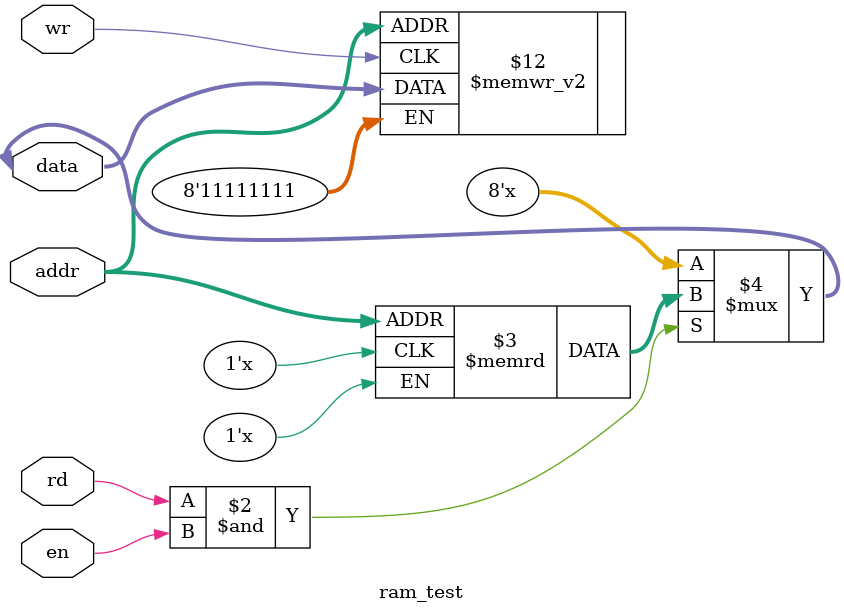
<source format=v>
`timescale 1ns / 1ps


module ram_test(
    input en,
    input rd,
    input wr,
    input [9:0] addr,
    inout [7:0] data
    );

    reg [7:0] mem [10'h3ff:0];

    assign data = (rd & en)? mem[addr] : 8'bzzzz_zzzz;

    always@(posedge wr) begin
        mem[addr] <= data;
    end
endmodule

</source>
